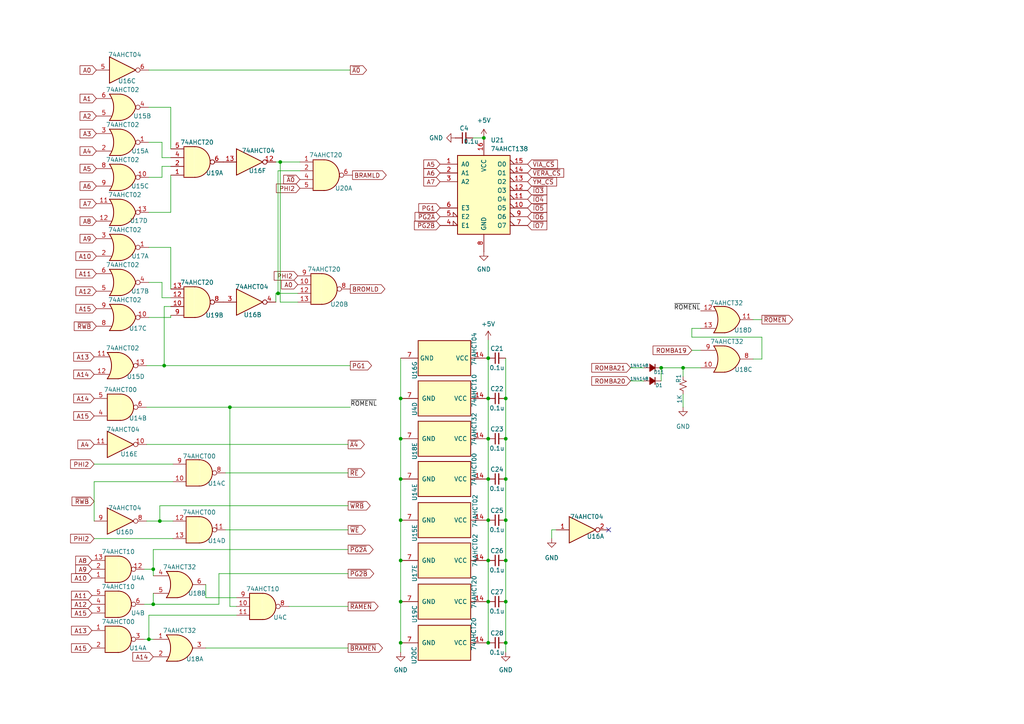
<source format=kicad_sch>
(kicad_sch (version 20231120) (generator "eeschema") (generator_version "8.0")
  (paper "A4")
  (title_block (title "OtterX") (date "2022-08-21") (rev "DV1 \"Sirius\"") (company "(C) 2023 Joe Burks"))
  (lib_symbols
    (symbol "74xx:74LS00" (pin_names (offset 1.016))
      (property "Reference" "U" (at 0 1.27 0))
      (property "Value" "74LS00" (at 0 -1.27 0))
      (symbol "74LS00_1_1"
        (pin input line (at -7.62 2.54 0) (length 3.81) (name "~") (number "1"))
        (pin input line (at -7.62 -2.54 0) (length 3.81) (name "~") (number "2"))
        (pin output inverted (at 7.62 0 180) (length 3.81) (name "~") (number "3"))
      )
      (symbol "74LS00_1_2"
        (pin input inverted (at -7.62 2.54 0) (length 4.318) (name "~") (number "1"))
        (pin input inverted (at -7.62 -2.54 0) (length 4.318) (name "~") (number "2"))
        (pin output line (at 7.62 0 180) (length 3.81) (name "~") (number "3"))
      )
      (symbol "74LS00_2_1"
        (pin input line (at -7.62 2.54 0) (length 3.81) (name "~") (number "4"))
        (pin input line (at -7.62 -2.54 0) (length 3.81) (name "~") (number "5"))
        (pin output inverted (at 7.62 0 180) (length 3.81) (name "~") (number "6"))
      )
      (symbol "74LS00_2_2"
        (pin input inverted (at -7.62 2.54 0) (length 4.318) (name "~") (number "4"))
        (pin input inverted (at -7.62 -2.54 0) (length 4.318) (name "~") (number "5"))
        (pin output line (at 7.62 0 180) (length 3.81) (name "~") (number "6"))
      )
      (symbol "74LS00_3_1"
        (pin input line (at -7.62 -2.54 0) (length 3.81) (name "~") (number "10"))
        (pin output inverted (at 7.62 0 180) (length 3.81) (name "~") (number "8"))
        (pin input line (at -7.62 2.54 0) (length 3.81) (name "~") (number "9"))
      )
      (symbol "74LS00_3_2"
        (pin input inverted (at -7.62 -2.54 0) (length 4.318) (name "~") (number "10"))
        (pin output line (at 7.62 0 180) (length 3.81) (name "~") (number "8"))
        (pin input inverted (at -7.62 2.54 0) (length 4.318) (name "~") (number "9"))
      )
      (symbol "74LS00_4_1"
        (pin output inverted (at 7.62 0 180) (length 3.81) (name "~") (number "11"))
        (pin input line (at -7.62 2.54 0) (length 3.81) (name "~") (number "12"))
        (pin input line (at -7.62 -2.54 0) (length 3.81) (name "~") (number "13"))
      )
      (symbol "74LS00_4_2"
        (pin output line (at 7.62 0 180) (length 3.81) (name "~") (number "11"))
        (pin input inverted (at -7.62 2.54 0) (length 4.318) (name "~") (number "12"))
        (pin input inverted (at -7.62 -2.54 0) (length 4.318) (name "~") (number "13"))
      )
      (symbol "74LS00_5_0"
        (pin power_in line (at 0 12.7 270) (length 5.08) (name "VCC") (number "14"))
        (pin power_in line (at 0 -12.7 90) (length 5.08) (name "GND") (number "7"))
      )
    )
    (symbol "74xx:74LS02" (pin_names (offset 1.016))
      (property "Reference" "U" (at 0 1.27 0))
      (property "Value" "74LS02" (at 0 -1.27 0))
      (symbol "74LS02_1_1"
        (pin output inverted (at 7.62 0 180) (length 3.81) (name "~") (number "1"))
        (pin input line (at -7.62 2.54 0) (length 4.318) (name "~") (number "2"))
        (pin input line (at -7.62 -2.54 0) (length 4.318) (name "~") (number "3"))
      )
      (symbol "74LS02_1_2"
        (pin output line (at 7.62 0 180) (length 3.81) (name "~") (number "1"))
        (pin input inverted (at -7.62 2.54 0) (length 3.81) (name "~") (number "2"))
        (pin input inverted (at -7.62 -2.54 0) (length 3.81) (name "~") (number "3"))
      )
      (symbol "74LS02_2_1"
        (pin output inverted (at 7.62 0 180) (length 3.81) (name "~") (number "4"))
        (pin input line (at -7.62 2.54 0) (length 4.318) (name "~") (number "5"))
        (pin input line (at -7.62 -2.54 0) (length 4.318) (name "~") (number "6"))
      )
      (symbol "74LS02_2_2"
        (pin output line (at 7.62 0 180) (length 3.81) (name "~") (number "4"))
        (pin input inverted (at -7.62 2.54 0) (length 3.81) (name "~") (number "5"))
        (pin input inverted (at -7.62 -2.54 0) (length 3.81) (name "~") (number "6"))
      )
      (symbol "74LS02_3_1"
        (pin output inverted (at 7.62 0 180) (length 3.81) (name "~") (number "10"))
        (pin input line (at -7.62 2.54 0) (length 4.318) (name "~") (number "8"))
        (pin input line (at -7.62 -2.54 0) (length 4.318) (name "~") (number "9"))
      )
      (symbol "74LS02_3_2"
        (pin output line (at 7.62 0 180) (length 3.81) (name "~") (number "10"))
        (pin input inverted (at -7.62 2.54 0) (length 3.81) (name "~") (number "8"))
        (pin input inverted (at -7.62 -2.54 0) (length 3.81) (name "~") (number "9"))
      )
      (symbol "74LS02_4_1"
        (pin input line (at -7.62 2.54 0) (length 4.318) (name "~") (number "11"))
        (pin input line (at -7.62 -2.54 0) (length 4.318) (name "~") (number "12"))
        (pin output inverted (at 7.62 0 180) (length 3.81) (name "~") (number "13"))
      )
      (symbol "74LS02_4_2"
        (pin input inverted (at -7.62 2.54 0) (length 3.81) (name "~") (number "11"))
        (pin input inverted (at -7.62 -2.54 0) (length 3.81) (name "~") (number "12"))
        (pin output line (at 7.62 0 180) (length 3.81) (name "~") (number "13"))
      )
      (symbol "74LS02_5_0"
        (pin power_in line (at 0 12.7 270) (length 5.08) (name "VCC") (number "14"))
        (pin power_in line (at 0 -12.7 90) (length 5.08) (name "GND") (number "7"))
      )
    )
    (symbol "74xx:74LS04"
      (property "Reference" "U" (at 0 1.27 0))
      (property "Value" "74LS04" (at 0 -1.27 0))
      (symbol "74LS04_1_0"
        (pin input line (at -7.62 0 0) (length 3.81) (name "~") (number "1"))
        (pin output inverted (at 7.62 0 180) (length 3.81) (name "~") (number "2"))
      )
      (symbol "74LS04_2_0"
        (pin input line (at -7.62 0 0) (length 3.81) (name "~") (number "3"))
        (pin output inverted (at 7.62 0 180) (length 3.81) (name "~") (number "4"))
      )
      (symbol "74LS04_3_0"
        (pin input line (at -7.62 0 0) (length 3.81) (name "~") (number "5"))
        (pin output inverted (at 7.62 0 180) (length 3.81) (name "~") (number "6"))
      )
      (symbol "74LS04_4_0"
        (pin output inverted (at 7.62 0 180) (length 3.81) (name "~") (number "8"))
        (pin input line (at -7.62 0 0) (length 3.81) (name "~") (number "9"))
      )
      (symbol "74LS04_5_0"
        (pin output inverted (at 7.62 0 180) (length 3.81) (name "~") (number "10"))
        (pin input line (at -7.62 0 0) (length 3.81) (name "~") (number "11"))
      )
      (symbol "74LS04_6_0"
        (pin output inverted (at 7.62 0 180) (length 3.81) (name "~") (number "12"))
        (pin input line (at -7.62 0 0) (length 3.81) (name "~") (number "13"))
      )
      (symbol "74LS04_7_0"
        (pin power_in line (at 0 12.7 270) (length 5.08) (name "VCC") (number "14"))
        (pin power_in line (at 0 -12.7 90) (length 5.08) (name "GND") (number "7"))
      )
    )
    (symbol "74xx:74LS10" (pin_names (offset 1.016))
      (property "Reference" "U" (at 0 1.27 0))
      (property "Value" "74LS10" (at 0 -1.27 0))
      (symbol "74LS10_1_1"
        (pin input line (at -7.62 2.54 0) (length 3.81) (name "~") (number "1"))
        (pin output inverted (at 7.62 0 180) (length 3.81) (name "~") (number "12"))
        (pin input line (at -7.62 -2.54 0) (length 3.81) (name "~") (number "13"))
        (pin input line (at -7.62 0 0) (length 3.81) (name "~") (number "2"))
      )
      (symbol "74LS10_1_2"
        (pin input inverted (at -7.62 2.54 0) (length 4.318) (name "~") (number "1"))
        (pin output line (at 7.62 0 180) (length 3.81) (name "~") (number "12"))
        (pin input inverted (at -7.62 -2.54 0) (length 4.318) (name "~") (number "13"))
        (pin input inverted (at -7.62 0 0) (length 4.953) (name "~") (number "2"))
      )
      (symbol "74LS10_2_1"
        (pin input line (at -7.62 2.54 0) (length 3.81) (name "~") (number "3"))
        (pin input line (at -7.62 0 0) (length 3.81) (name "~") (number "4"))
        (pin input line (at -7.62 -2.54 0) (length 3.81) (name "~") (number "5"))
        (pin output inverted (at 7.62 0 180) (length 3.81) (name "~") (number "6"))
      )
      (symbol "74LS10_2_2"
        (pin input inverted (at -7.62 2.54 0) (length 4.318) (name "~") (number "3"))
        (pin input inverted (at -7.62 0 0) (length 4.953) (name "~") (number "4"))
        (pin input inverted (at -7.62 -2.54 0) (length 4.318) (name "~") (number "5"))
        (pin output line (at 7.62 0 180) (length 3.81) (name "~") (number "6"))
      )
      (symbol "74LS10_3_1"
        (pin input line (at -7.62 0 0) (length 3.81) (name "~") (number "10"))
        (pin input line (at -7.62 -2.54 0) (length 3.81) (name "~") (number "11"))
        (pin output inverted (at 7.62 0 180) (length 3.81) (name "~") (number "8"))
        (pin input line (at -7.62 2.54 0) (length 3.81) (name "~") (number "9"))
      )
      (symbol "74LS10_3_2"
        (pin input inverted (at -7.62 0 0) (length 4.953) (name "~") (number "10"))
        (pin input inverted (at -7.62 -2.54 0) (length 4.318) (name "~") (number "11"))
        (pin output line (at 7.62 0 180) (length 3.81) (name "~") (number "8"))
        (pin input inverted (at -7.62 2.54 0) (length 4.318) (name "~") (number "9"))
      )
      (symbol "74LS10_4_0"
        (pin power_in line (at 0 12.7 270) (length 5.08) (name "VCC") (number "14"))
        (pin power_in line (at 0 -12.7 90) (length 5.08) (name "GND") (number "7"))
      )
    )
    (symbol "74xx:74LS138" (pin_names (offset 1.016))
      (property "Reference" "U" (at -7.62 11.43 0))
      (property "Value" "74LS138" (at -7.62 -13.97 0))
      (symbol "74LS138_1_0"
        (pin input line (at -12.7 7.62 0) (length 5.08) (name "A0") (number "1"))
        (pin output output_low (at 12.7 -5.08 180) (length 5.08) (name "O5") (number "10"))
        (pin output output_low (at 12.7 -2.54 180) (length 5.08) (name "O4") (number "11"))
        (pin output output_low (at 12.7 0 180) (length 5.08) (name "O3") (number "12"))
        (pin output output_low (at 12.7 2.54 180) (length 5.08) (name "O2") (number "13"))
        (pin output output_low (at 12.7 5.08 180) (length 5.08) (name "O1") (number "14"))
        (pin output output_low (at 12.7 7.62 180) (length 5.08) (name "O0") (number "15"))
        (pin power_in line (at 0 15.24 270) (length 5.08) (name "VCC") (number "16"))
        (pin input line (at -12.7 5.08 0) (length 5.08) (name "A1") (number "2"))
        (pin input line (at -12.7 2.54 0) (length 5.08) (name "A2") (number "3"))
        (pin input input_low (at -12.7 -10.16 0) (length 5.08) (name "E1") (number "4"))
        (pin input input_low (at -12.7 -7.62 0) (length 5.08) (name "E2") (number "5"))
        (pin input line (at -12.7 -5.08 0) (length 5.08) (name "E3") (number "6"))
        (pin output output_low (at 12.7 -10.16 180) (length 5.08) (name "O7") (number "7"))
        (pin power_in line (at 0 -17.78 90) (length 5.08) (name "GND") (number "8"))
        (pin output output_low (at 12.7 -7.62 180) (length 5.08) (name "O6") (number "9"))
      )
    )
    (symbol "74xx:74LS20" (pin_names (offset 1.016))
      (property "Reference" "U" (at 0 1.27 0))
      (property "Value" "74LS20" (at 0 -1.27 0))
      (symbol "74LS20_1_1"
        (pin input line (at -7.62 3.81 0) (length 3.81) (name "~") (number "1"))
        (pin input line (at -7.62 1.27 0) (length 3.81) (name "~") (number "2"))
        (pin input line (at -7.62 -1.27 0) (length 3.81) (name "~") (number "4"))
        (pin input line (at -7.62 -3.81 0) (length 3.81) (name "~") (number "5"))
        (pin output inverted (at 7.62 0 180) (length 3.81) (name "~") (number "6"))
      )
      (symbol "74LS20_1_2"
        (pin input inverted (at -7.62 3.81 0) (length 3.81) (name "~") (number "1"))
        (pin input inverted (at -7.62 1.27 0) (length 4.826) (name "~") (number "2"))
        (pin input inverted (at -7.62 -1.27 0) (length 4.826) (name "~") (number "4"))
        (pin input inverted (at -7.62 -3.81 0) (length 3.81) (name "~") (number "5"))
        (pin output line (at 7.62 0 180) (length 3.81) (name "~") (number "6"))
      )
      (symbol "74LS20_2_1"
        (pin input line (at -7.62 1.27 0) (length 3.81) (name "~") (number "10"))
        (pin input line (at -7.62 -1.27 0) (length 3.81) (name "~") (number "12"))
        (pin input line (at -7.62 -3.81 0) (length 3.81) (name "~") (number "13"))
        (pin output inverted (at 7.62 0 180) (length 3.81) (name "~") (number "8"))
        (pin input line (at -7.62 3.81 0) (length 3.81) (name "~") (number "9"))
      )
      (symbol "74LS20_2_2"
        (pin input inverted (at -7.62 1.27 0) (length 4.826) (name "~") (number "10"))
        (pin input inverted (at -7.62 -1.27 0) (length 4.826) (name "~") (number "12"))
        (pin input inverted (at -7.62 -3.81 0) (length 3.81) (name "~") (number "13"))
        (pin output line (at 7.62 0 180) (length 3.81) (name "~") (number "8"))
        (pin input inverted (at -7.62 3.81 0) (length 3.81) (name "~") (number "9"))
      )
      (symbol "74LS20_3_0"
        (pin power_in line (at 0 12.7 270) (length 5.08) (name "VCC") (number "14"))
        (pin power_in line (at 0 -12.7 90) (length 5.08) (name "GND") (number "7"))
      )
    )
    (symbol "74xx:74LS32" (pin_names (offset 1.016))
      (property "Reference" "U" (at 0 1.27 0))
      (property "Value" "74LS32" (at 0 -1.27 0))
      (symbol "74LS32_1_1"
        (pin input line (at -7.62 2.54 0) (length 4.318) (name "~") (number "1"))
        (pin input line (at -7.62 -2.54 0) (length 4.318) (name "~") (number "2"))
        (pin output line (at 7.62 0 180) (length 3.81) (name "~") (number "3"))
      )
      (symbol "74LS32_1_2"
        (pin input inverted (at -7.62 2.54 0) (length 3.81) (name "~") (number "1"))
        (pin input inverted (at -7.62 -2.54 0) (length 3.81) (name "~") (number "2"))
        (pin output inverted (at 7.62 0 180) (length 3.81) (name "~") (number "3"))
      )
      (symbol "74LS32_2_1"
        (pin input line (at -7.62 2.54 0) (length 4.318) (name "~") (number "4"))
        (pin input line (at -7.62 -2.54 0) (length 4.318) (name "~") (number "5"))
        (pin output line (at 7.62 0 180) (length 3.81) (name "~") (number "6"))
      )
      (symbol "74LS32_2_2"
        (pin input inverted (at -7.62 2.54 0) (length 3.81) (name "~") (number "4"))
        (pin input inverted (at -7.62 -2.54 0) (length 3.81) (name "~") (number "5"))
        (pin output inverted (at 7.62 0 180) (length 3.81) (name "~") (number "6"))
      )
      (symbol "74LS32_3_1"
        (pin input line (at -7.62 -2.54 0) (length 4.318) (name "~") (number "10"))
        (pin output line (at 7.62 0 180) (length 3.81) (name "~") (number "8"))
        (pin input line (at -7.62 2.54 0) (length 4.318) (name "~") (number "9"))
      )
      (symbol "74LS32_3_2"
        (pin input inverted (at -7.62 -2.54 0) (length 3.81) (name "~") (number "10"))
        (pin output inverted (at 7.62 0 180) (length 3.81) (name "~") (number "8"))
        (pin input inverted (at -7.62 2.54 0) (length 3.81) (name "~") (number "9"))
      )
      (symbol "74LS32_4_1"
        (pin output line (at 7.62 0 180) (length 3.81) (name "~") (number "11"))
        (pin input line (at -7.62 2.54 0) (length 4.318) (name "~") (number "12"))
        (pin input line (at -7.62 -2.54 0) (length 4.318) (name "~") (number "13"))
      )
      (symbol "74LS32_4_2"
        (pin output inverted (at 7.62 0 180) (length 3.81) (name "~") (number "11"))
        (pin input inverted (at -7.62 2.54 0) (length 3.81) (name "~") (number "12"))
        (pin input inverted (at -7.62 -2.54 0) (length 3.81) (name "~") (number "13"))
      )
      (symbol "74LS32_5_0"
        (pin power_in line (at 0 12.7 270) (length 5.08) (name "VCC") (number "14"))
        (pin power_in line (at 0 -12.7 90) (length 5.08) (name "GND") (number "7"))
      )
    )
    (symbol "Device:C_Small" (pin_numbers hide) (pin_names (offset 0.254) hide)
      (property "Reference" "C" (at 0.254 1.778 0))
      (property "Value" "C_Small" (at 0.254 -2.032 0))
      (symbol "C_Small_1_1"
        (pin passive line (at 0 2.54 270) (length 2.032) (name "~") (number "1"))
        (pin passive line (at 0 -2.54 90) (length 2.032) (name "~") (number "2"))
      )
    )
    (symbol "Device:D_Small_Filled" (pin_numbers hide) (pin_names (offset 0.254) hide)
      (property "Reference" "D" (at -1.27 2.032 0))
      (property "Value" "D_Small_Filled" (at -3.81 -2.032 0))
      (symbol "D_Small_Filled_1_1"
        (pin passive line (at -2.54 0 0) (length 1.778) (name "K") (number "1"))
        (pin passive line (at 2.54 0 180) (length 1.778) (name "A") (number "2"))
      )
    )
    (symbol "Device:R_Small_US" (pin_numbers hide) (pin_names (offset 0.254) hide)
      (property "Reference" "R" (at 0.762 0.508 0))
      (property "Value" "R_Small_US" (at 0.762 -1.016 0))
      (symbol "R_Small_US_1_1"
        (pin passive line (at 0 2.54 270) (length 1.016) (name "~") (number "1"))
        (pin passive line (at 0 -2.54 90) (length 1.016) (name "~") (number "2"))
      )
    )
    (symbol "power:+5V" (power) (pin_numbers hide) (pin_names (offset 0) hide)
      (property "Value" "+5V" (at 0 3.556 0))
      (symbol "+5V_1_1"
        (pin power_in line (at 0 0 90) (length 0) (name "~") (number "1"))
      )
    )
    (symbol "power:GND" (power) (pin_numbers hide) (pin_names (offset 0) hide)
      (property "Value" "GND" (at 0 -3.81 0))
      (symbol "GND_1_1"
        (pin power_in line (at 0 0 270) (length 0) (name "~") (number "1"))
      )
    )
  )
  (junction (at 141.605 186.436))
  (junction (at 146.685 186.436))
  (junction (at 146.685 150.876))
  (junction (at 198.12 106.68))
  (junction (at 46.355 151.13))
  (junction (at 116.205 127.254))
  (junction (at 43.18 185.42))
  (junction (at 81.28 46.99))
  (junction (at 140.335 40.005))
  (junction (at 141.605 162.56))
  (junction (at 116.205 162.56))
  (junction (at 116.205 174.498))
  (junction (at 116.205 138.938))
  (junction (at 44.45 175.26))
  (junction (at 44.45 165.1))
  (junction (at 141.605 127.254))
  (junction (at 80.645 85.09))
  (junction (at 146.685 174.498))
  (junction (at 146.685 115.57))
  (junction (at 146.685 127.254))
  (junction (at 141.605 103.886))
  (junction (at 116.205 150.876))
  (junction (at 116.205 186.436))
  (junction (at 191.77 106.68))
  (junction (at 141.605 115.57))
  (junction (at 141.605 138.938))
  (junction (at 146.685 138.938))
  (junction (at 141.605 174.498))
  (junction (at 141.605 150.876))
  (junction (at 146.685 162.56))
  (junction (at 66.675 118.11))
  (junction (at 47.625 106.045))
  (junction (at 116.205 115.57))
  (no_connect (at 176.53 153.67))
  (wire (pts (xy 141.605 127.254) (xy 141.605 138.938)))
  (wire (pts (xy 49.53 31.115) (xy 43.18 31.115)))
  (wire (pts (xy 43.18 185.42) (xy 44.45 185.42)))
  (wire (pts (xy 81.28 46.99) (xy 81.28 87.63)))
  (wire (pts (xy 141.605 150.876) (xy 141.605 162.56)))
  (wire (pts (xy 27.305 134.62) (xy 50.165 134.62)))
  (wire (pts (xy 116.205 186.436) (xy 116.205 189.23)))
  (wire (pts (xy 41.91 175.26) (xy 44.45 175.26)))
  (wire (pts (xy 146.685 162.56) (xy 146.685 174.498)))
  (wire (pts (xy 63.5 175.26) (xy 63.5 166.37)))
  (wire (pts (xy 46.99 51.435) (xy 43.18 51.435)))
  (wire (pts (xy 46.99 45.72) (xy 46.99 41.275)))
  (wire (pts (xy 80.645 49.53) (xy 86.995 49.53)))
  (wire (pts (xy 47.625 88.9) (xy 49.53 88.9)))
  (wire (pts (xy 47.625 106.045) (xy 101.6 106.045)))
  (wire (pts (xy 141.605 98.552) (xy 141.605 103.886)))
  (wire (pts (xy 49.53 83.82) (xy 49.53 71.755)))
  (wire (pts (xy 44.45 175.26) (xy 63.5 175.26)))
  (wire (pts (xy 80.645 85.09) (xy 86.36 85.09)))
  (wire (pts (xy 116.205 174.498) (xy 116.205 186.436)))
  (wire (pts (xy 27.305 139.7) (xy 50.165 139.7)))
  (wire (pts (xy 66.675 175.895) (xy 66.675 118.11)))
  (wire (pts (xy 116.205 138.938) (xy 116.205 150.876)))
  (wire (pts (xy 198.12 106.68) (xy 203.2 106.68)))
  (wire (pts (xy 43.18 178.435) (xy 43.18 185.42)))
  (wire (pts (xy 141.605 103.886) (xy 141.605 115.57)))
  (wire (pts (xy 44.45 172.085) (xy 44.45 175.26)))
  (wire (pts (xy 43.18 81.915) (xy 46.99 81.915)))
  (wire (pts (xy 146.685 150.876) (xy 146.685 162.56)))
  (wire (pts (xy 44.45 165.1) (xy 41.91 165.1)))
  (wire (pts (xy 46.99 41.275) (xy 43.18 41.275)))
  (wire (pts (xy 200.66 95.25) (xy 203.2 95.25)))
  (wire (pts (xy 44.45 165.1) (xy 44.45 159.385)))
  (wire (pts (xy 141.605 138.938) (xy 141.605 150.876)))
  (wire (pts (xy 43.18 71.755) (xy 49.53 71.755)))
  (wire (pts (xy 80.01 46.99) (xy 81.28 46.99)))
  (wire (pts (xy 191.77 106.68) (xy 191.77 110.49)))
  (wire (pts (xy 146.685 186.436) (xy 146.685 189.23)))
  (wire (pts (xy 146.685 138.938) (xy 146.685 150.876)))
  (wire (pts (xy 80.645 49.53) (xy 80.645 85.09)))
  (wire (pts (xy 100.965 175.895) (xy 83.82 175.895)))
  (wire (pts (xy 116.205 103.886) (xy 116.205 115.57)))
  (wire (pts (xy 200.66 97.79) (xy 220.98 97.79)))
  (wire (pts (xy 42.545 106.045) (xy 47.625 106.045)))
  (wire (pts (xy 220.98 97.79) (xy 220.98 104.14)))
  (wire (pts (xy 182.88 110.49) (xy 186.69 110.49)))
  (wire (pts (xy 100.965 153.67) (xy 65.405 153.67)))
  (wire (pts (xy 44.45 159.385) (xy 100.965 159.385)))
  (wire (pts (xy 81.28 87.63) (xy 86.36 87.63)))
  (wire (pts (xy 218.44 92.71) (xy 220.98 92.71)))
  (wire (pts (xy 100.965 187.96) (xy 59.69 187.96)))
  (wire (pts (xy 66.675 118.11) (xy 101.6 118.11)))
  (wire (pts (xy 43.18 92.075) (xy 49.53 92.075)))
  (wire (pts (xy 44.45 165.1) (xy 44.45 167.005)))
  (wire (pts (xy 68.58 175.895) (xy 66.675 175.895)))
  (wire (pts (xy 49.53 50.8) (xy 49.53 61.595)))
  (wire (pts (xy 218.44 104.14) (xy 220.98 104.14)))
  (wire (pts (xy 200.66 101.6) (xy 203.2 101.6)))
  (wire (pts (xy 49.53 91.44) (xy 49.53 92.075)))
  (wire (pts (xy 49.53 61.595) (xy 43.18 61.595)))
  (wire (pts (xy 49.53 48.26) (xy 46.99 48.26)))
  (wire (pts (xy 80.645 85.09) (xy 80.01 85.09)))
  (wire (pts (xy 141.605 174.498) (xy 141.605 186.436)))
  (wire (pts (xy 49.53 45.72) (xy 46.99 45.72)))
  (wire (pts (xy 200.66 95.25) (xy 200.66 97.79)))
  (wire (pts (xy 42.545 128.905) (xy 100.965 128.905)))
  (wire (pts (xy 81.28 46.99) (xy 86.995 46.99)))
  (wire (pts (xy 160.02 153.67) (xy 160.02 156.21)))
  (wire (pts (xy 46.99 48.26) (xy 46.99 51.435)))
  (wire (pts (xy 141.605 115.57) (xy 141.605 127.254)))
  (wire (pts (xy 116.205 150.876) (xy 116.205 162.56)))
  (wire (pts (xy 80.01 85.09) (xy 80.01 87.63)))
  (wire (pts (xy 161.29 153.67) (xy 160.02 153.67)))
  (wire (pts (xy 198.12 106.68) (xy 198.12 109.22)))
  (wire (pts (xy 100.965 146.685) (xy 46.355 146.685)))
  (wire (pts (xy 146.685 174.498) (xy 146.685 186.436)))
  (wire (pts (xy 43.18 178.435) (xy 68.58 178.435)))
  (wire (pts (xy 46.355 151.13) (xy 50.165 151.13)))
  (wire (pts (xy 116.205 162.56) (xy 116.205 174.498)))
  (wire (pts (xy 182.88 106.68) (xy 186.69 106.68)))
  (wire (pts (xy 42.545 118.11) (xy 66.675 118.11)))
  (wire (pts (xy 116.205 127.254) (xy 116.205 138.938)))
  (wire (pts (xy 137.16 40.005) (xy 140.335 40.005)))
  (wire (pts (xy 146.685 127.254) (xy 146.685 138.938)))
  (wire (pts (xy 49.53 43.18) (xy 49.53 31.115)))
  (wire (pts (xy 27.305 151.13) (xy 27.305 139.7)))
  (wire (pts (xy 100.965 137.16) (xy 65.405 137.16)))
  (wire (pts (xy 116.205 115.57) (xy 116.205 127.254)))
  (wire (pts (xy 42.545 151.13) (xy 46.355 151.13)))
  (wire (pts (xy 41.91 185.42) (xy 43.18 185.42)))
  (wire (pts (xy 59.69 173.355) (xy 68.58 173.355)))
  (wire (pts (xy 146.685 115.57) (xy 146.685 127.254)))
  (wire (pts (xy 101.6 20.32) (xy 43.18 20.32)))
  (wire (pts (xy 46.99 86.36) (xy 46.99 81.915)))
  (wire (pts (xy 49.53 86.36) (xy 46.99 86.36)))
  (wire (pts (xy 146.685 103.886) (xy 146.685 115.57)))
  (wire (pts (xy 63.5 166.37) (xy 100.965 166.37)))
  (wire (pts (xy 59.69 169.545) (xy 59.69 173.355)))
  (wire (pts (xy 46.355 146.685) (xy 46.355 151.13)))
  (wire (pts (xy 198.12 114.3) (xy 198.12 118.11)))
  (wire (pts (xy 191.77 106.68) (xy 198.12 106.68)))
  (wire (pts (xy 27.305 156.21) (xy 50.165 156.21)))
  (wire (pts (xy 141.605 162.56) (xy 141.605 174.498)))
  (wire (pts (xy 47.625 88.9) (xy 47.625 106.045)))
  (label "~{ROMENL}" (at 203.2 90.17 180))
  (label "~{ROMENL}" (at 101.6 118.11 0))
  (global_label "A8" (shape input) (at 26.67 162.56 180) (property "Intersheetrefs" "${INTERSHEET_REFS}" (effects (hide yes))))
  (global_label "PHI2" (shape input) (at 86.995 54.61 180) (property "Intersheetrefs" "${INTERSHEET_REFS}" (effects (hide yes))))
  (global_label "~{ROMEN}" (shape output) (at 220.98 92.71 0) (property "Intersheetrefs" "${INTERSHEET_REFS}" (effects (hide yes))))
  (global_label "A0" (shape input) (at 27.94 20.32 180) (property "Intersheetrefs" "${INTERSHEET_REFS}" (effects (hide yes))))
  (global_label "ROMBA20" (shape input) (at 182.88 110.49 180) (property "Intersheetrefs" "${INTERSHEET_REFS}" (effects (hide yes))))
  (global_label "~{IO6}" (shape input) (at 153.035 62.865 0) (property "Intersheetrefs" "${INTERSHEET_REFS}" (effects (hide yes))))
  (global_label "A11" (shape input) (at 27.94 79.375 180) (property "Intersheetrefs" "${INTERSHEET_REFS}" (effects (hide yes))))
  (global_label "BROMLD" (shape output) (at 101.6 83.82 0) (property "Intersheetrefs" "${INTERSHEET_REFS}" (effects (hide yes))))
  (global_label "A13" (shape input) (at 27.305 103.505 180) (property "Intersheetrefs" "${INTERSHEET_REFS}" (effects (hide yes))))
  (global_label "A4" (shape input) (at 27.94 43.815 180) (property "Intersheetrefs" "${INTERSHEET_REFS}" (effects (hide yes))))
  (global_label "A3" (shape input) (at 27.94 38.735 180) (property "Intersheetrefs" "${INTERSHEET_REFS}" (effects (hide yes))))
  (global_label "A15" (shape input) (at 26.67 177.8 180) (property "Intersheetrefs" "${INTERSHEET_REFS}" (effects (hide yes))))
  (global_label "~{IO4}" (shape input) (at 153.035 57.785 0) (property "Intersheetrefs" "${INTERSHEET_REFS}" (effects (hide yes))))
  (global_label "A8" (shape input) (at 27.94 64.135 180) (property "Intersheetrefs" "${INTERSHEET_REFS}" (effects (hide yes))))
  (global_label "~{A4}" (shape output) (at 100.965 128.905 0) (property "Intersheetrefs" "${INTERSHEET_REFS}" (effects (hide yes))))
  (global_label "~{YM_CS}" (shape input) (at 153.035 52.705 0) (property "Intersheetrefs" "${INTERSHEET_REFS}" (effects (hide yes))))
  (global_label "A6" (shape input) (at 127.635 50.165 180) (property "Intersheetrefs" "${INTERSHEET_REFS}" (effects (hide yes))))
  (global_label "~{WE}" (shape output) (at 100.965 153.67 0) (property "Intersheetrefs" "${INTERSHEET_REFS}" (effects (hide yes))))
  (global_label "A9" (shape input) (at 27.94 69.215 180) (property "Intersheetrefs" "${INTERSHEET_REFS}" (effects (hide yes))))
  (global_label "A4" (shape input) (at 27.305 128.905 180) (property "Intersheetrefs" "${INTERSHEET_REFS}" (effects (hide yes))))
  (global_label "A15" (shape input) (at 26.67 187.96 180) (property "Intersheetrefs" "${INTERSHEET_REFS}" (effects (hide yes))))
  (global_label "A15" (shape input) (at 27.305 120.65 180) (property "Intersheetrefs" "${INTERSHEET_REFS}" (effects (hide yes))))
  (global_label "PHI2" (shape input) (at 86.36 80.01 180) (property "Intersheetrefs" "${INTERSHEET_REFS}" (effects (hide yes))))
  (global_label "~{PG2B}" (shape output) (at 100.965 166.37 0) (property "Intersheetrefs" "${INTERSHEET_REFS}" (effects (hide yes))))
  (global_label "A1" (shape input) (at 27.94 28.575 180) (property "Intersheetrefs" "${INTERSHEET_REFS}" (effects (hide yes))))
  (global_label "~{RWB}" (shape input) (at 27.305 145.415 180) (property "Intersheetrefs" "${INTERSHEET_REFS}" (effects (hide yes))))
  (global_label "~{PG2A}" (shape output) (at 100.965 159.385 0) (property "Intersheetrefs" "${INTERSHEET_REFS}" (effects (hide yes))))
  (global_label "A2" (shape input) (at 27.94 33.655 180) (property "Intersheetrefs" "${INTERSHEET_REFS}" (effects (hide yes))))
  (global_label "A6" (shape input) (at 27.94 53.975 180) (property "Intersheetrefs" "${INTERSHEET_REFS}" (effects (hide yes))))
  (global_label "A10" (shape input) (at 26.67 167.64 180) (property "Intersheetrefs" "${INTERSHEET_REFS}" (effects (hide yes))))
  (global_label "A12" (shape input) (at 27.94 84.455 180) (property "Intersheetrefs" "${INTERSHEET_REFS}" (effects (hide yes))))
  (global_label "~{IO7}" (shape input) (at 153.035 65.405 0) (property "Intersheetrefs" "${INTERSHEET_REFS}" (effects (hide yes))))
  (global_label "A7" (shape input) (at 27.94 59.055 180) (property "Intersheetrefs" "${INTERSHEET_REFS}" (effects (hide yes))))
  (global_label "~{RAMEN}" (shape output) (at 100.965 175.895 0) (property "Intersheetrefs" "${INTERSHEET_REFS}" (effects (hide yes))))
  (global_label "~{RE}" (shape output) (at 100.965 137.16 0) (property "Intersheetrefs" "${INTERSHEET_REFS}" (effects (hide yes))))
  (global_label "A14" (shape input) (at 27.305 115.57 180) (property "Intersheetrefs" "${INTERSHEET_REFS}" (effects (hide yes))))
  (global_label "A5" (shape input) (at 27.94 48.895 180) (property "Intersheetrefs" "${INTERSHEET_REFS}" (effects (hide yes))))
  (global_label "A5" (shape input) (at 127.635 47.625 180) (property "Intersheetrefs" "${INTERSHEET_REFS}" (effects (hide yes))))
  (global_label "ROMBA19" (shape input) (at 200.66 101.6 180) (property "Intersheetrefs" "${INTERSHEET_REFS}" (effects (hide yes))))
  (global_label "~{PG2A}" (shape input) (at 127.635 62.865 180) (property "Intersheetrefs" "${INTERSHEET_REFS}" (effects (hide yes))))
  (global_label "A7" (shape input) (at 127.635 52.705 180) (property "Intersheetrefs" "${INTERSHEET_REFS}" (effects (hide yes))))
  (global_label "ROMBA21" (shape input) (at 182.88 106.68 180) (property "Intersheetrefs" "${INTERSHEET_REFS}" (effects (hide yes))))
  (global_label "~{IO5}" (shape input) (at 153.035 60.325 0) (property "Intersheetrefs" "${INTERSHEET_REFS}" (effects (hide yes))))
  (global_label "A11" (shape input) (at 26.67 172.72 180) (property "Intersheetrefs" "${INTERSHEET_REFS}" (effects (hide yes))))
  (global_label "A15" (shape input) (at 27.94 89.535 180) (property "Intersheetrefs" "${INTERSHEET_REFS}" (effects (hide yes))))
  (global_label "A0" (shape input) (at 86.36 82.55 180) (property "Intersheetrefs" "${INTERSHEET_REFS}" (effects (hide yes))))
  (global_label "A12" (shape input) (at 26.67 175.26 180) (property "Intersheetrefs" "${INTERSHEET_REFS}" (effects (hide yes))))
  (global_label "~{WRB}" (shape output) (at 100.965 146.685 0) (property "Intersheetrefs" "${INTERSHEET_REFS}" (effects (hide yes))))
  (global_label "~{PG2B}" (shape input) (at 127.635 65.405 180) (property "Intersheetrefs" "${INTERSHEET_REFS}" (effects (hide yes))))
  (global_label "~{A0}" (shape output) (at 101.6 20.32 0) (property "Intersheetrefs" "${INTERSHEET_REFS}" (effects (hide yes))))
  (global_label "A14" (shape input) (at 44.45 190.5 180) (property "Intersheetrefs" "${INTERSHEET_REFS}" (effects (hide yes))))
  (global_label "A9" (shape input) (at 26.67 165.1 180) (property "Intersheetrefs" "${INTERSHEET_REFS}" (effects (hide yes))))
  (global_label "A13" (shape input) (at 26.67 182.88 180) (property "Intersheetrefs" "${INTERSHEET_REFS}" (effects (hide yes))))
  (global_label "~{RWB}" (shape input) (at 27.94 94.615 180) (property "Intersheetrefs" "${INTERSHEET_REFS}" (effects (hide yes))))
  (global_label "PHI2" (shape input) (at 27.305 134.62 180) (property "Intersheetrefs" "${INTERSHEET_REFS}" (effects (hide yes))))
  (global_label "~{VIA_CS}" (shape input) (at 153.035 47.625 0) (property "Intersheetrefs" "${INTERSHEET_REFS}" (effects (hide yes))))
  (global_label "PG1" (shape input) (at 127.635 60.325 180) (property "Intersheetrefs" "${INTERSHEET_REFS}" (effects (hide yes))))
  (global_label "BRAMLD" (shape output) (at 102.235 50.8 0) (property "Intersheetrefs" "${INTERSHEET_REFS}" (effects (hide yes))))
  (global_label "A14" (shape input) (at 27.305 108.585 180) (property "Intersheetrefs" "${INTERSHEET_REFS}" (effects (hide yes))))
  (global_label "~{BRAMEN}" (shape output) (at 100.965 187.96 0) (property "Intersheetrefs" "${INTERSHEET_REFS}" (effects (hide yes))))
  (global_label "~{VERA_CS}" (shape input) (at 153.035 50.165 0) (property "Intersheetrefs" "${INTERSHEET_REFS}" (effects (hide yes))))
  (global_label "PG1" (shape output) (at 101.6 106.045 0) (property "Intersheetrefs" "${INTERSHEET_REFS}" (effects (hide yes))))
  (global_label "PHI2" (shape input) (at 27.305 156.21 180) (property "Intersheetrefs" "${INTERSHEET_REFS}" (effects (hide yes))))
  (global_label "~{A0}" (shape input) (at 86.995 52.07 180) (property "Intersheetrefs" "${INTERSHEET_REFS}" (effects (hide yes))))
  (global_label "~{IO3}" (shape input) (at 153.035 55.245 0) (property "Intersheetrefs" "${INTERSHEET_REFS}" (effects (hide yes))))
  (global_label "A10" (shape input) (at 27.94 74.295 180) (property "Intersheetrefs" "${INTERSHEET_REFS}" (effects (hide yes))))
  (symbol (lib_id "74xx:74LS32") (at 210.82 104.14 0) (unit 3)
    (property "Reference" "U18" (at 215.646 107.188 0))
    (property "Value" "74AHCT32" (at 210.82 99.06 0))
    (property "Footprint" "OtterX:DIP-14_W7.62mm_ShortWidePads_Drill1mm" (effects (hide yes)))
    (property "Datasheet" "http://www.ti.com/lit/gpn/sn74LS32" (effects (hide yes)))
  )
  (symbol (lib_id "Device:C_Small") (at 144.145 115.57 90) (unit 1)
    (property "Reference" "C22" (at 144.145 112.776 90))
    (property "Value" "0.1u" (at 144.145 118.364 90))
    (property "Footprint" "Capacitor_THT:C_Disc_D4.3mm_W1.9mm_P5.00mm" (effects (hide yes)))
  )
  (symbol (lib_id "Device:C_Small") (at 144.145 103.886 90) (unit 1)
    (property "Reference" "C21" (at 144.145 101.092 90))
    (property "Value" "0.1u" (at 144.145 106.68 90))
    (property "Footprint" "Capacitor_THT:C_Disc_D4.3mm_W1.9mm_P5.00mm" (effects (hide yes)))
  )
  (symbol (lib_id "74xx:74LS02") (at 35.56 92.075 0) (mirror x) (unit 3)
    (property "Reference" "U17" (at 40.005 95.25 0))
    (property "Value" "74AHCT02" (at 36.195 86.995 0))
    (property "Footprint" "OtterX:DIP-14_W7.62mm_ShortWidePads_Drill1mm" (effects (hide yes)))
    (property "Datasheet" "http://www.ti.com/lit/gpn/sn74ls02" (effects (hide yes)))
  )
  (symbol (lib_id "74xx:74LS10") (at 34.29 165.1 0) (mirror x) (unit 1)
    (property "Reference" "U4" (at 40.005 167.64 0))
    (property "Value" "74AHCT10" (at 34.29 160.02 0))
    (property "Footprint" "OtterX:DIP-14_W7.62mm_ShortWidePads_Drill1mm" (effects (hide yes)))
    (property "Datasheet" "http://www.ti.com/lit/gpn/sn74LS10" (effects (hide yes)))
  )
  (symbol (lib_id "74xx:74LS32") (at 52.07 187.96 0) (unit 1)
    (property "Reference" "U18" (at 56.515 191.135 0))
    (property "Value" "74AHCT32" (at 52.07 182.88 0))
    (property "Footprint" "OtterX:DIP-14_W7.62mm_ShortWidePads_Drill1mm" (effects (hide yes)))
    (property "Datasheet" "http://www.ti.com/lit/gpn/sn74LS32" (effects (hide yes)))
  )
  (symbol (lib_id "power:GND") (at 160.02 156.21 0) (unit 1)
    (property "Reference" "#PWR034" (effects (hide yes)))
    (property "Value" "GND" (at 160.02 161.798 0))
    (property "Description" "Power symbol creates a global label with name \"GND\" , ground" (effects (hide yes)))
  )
  (symbol (lib_id "74xx:74LS20") (at 57.15 87.63 0) (mirror x) (unit 2)
    (property "Reference" "U19" (at 62.23 91.44 0))
    (property "Value" "74AHCT20" (at 57.15 81.915 0))
    (property "Footprint" "OtterX:DIP-14_W7.62mm_ShortWidePads_Drill1mm" (effects (hide yes)))
    (property "Datasheet" "http://www.ti.com/lit/gpn/sn74LS20" (effects (hide yes)))
    (property "Description" "Dual 4-input NAND" (effects (hide yes)))
  )
  (symbol (lib_id "74xx:74LS20") (at 93.98 83.82 0) (unit 2)
    (property "Reference" "U20" (at 98.425 88.265 0))
    (property "Value" "74AHCT20" (at 93.98 78.105 0))
    (property "Footprint" "OtterX:DIP-14_W7.62mm_ShortWidePads_Drill1mm" (effects (hide yes)))
    (property "Datasheet" "http://www.ti.com/lit/gpn/sn74LS20" (effects (hide yes)))
    (property "Description" "Dual 4-input NAND" (effects (hide yes)))
  )
  (symbol (lib_id "power:+5V") (at 140.335 40.005 0) (unit 1)
    (property "Reference" "#PWR030" (effects (hide yes)))
    (property "Value" "+5V" (at 140.335 34.925 0))
    (property "Description" "Power symbol creates a global label with name \"+5V\"" (effects (hide yes)))
  )
  (symbol (lib_id "74xx:74LS04") (at 128.905 103.886 270) (unit 7)
    (property "Reference" "U16" (at 120.269 104.775 0) (effects (justify left)))
    (property "Value" "74AHCT04" (at 137.541 96.393 0) (effects (justify left)))
    (property "Footprint" "OtterX:DIP-14_W7.62mm_ShortWidePads_Drill1mm" (effects (hide yes)))
    (property "Datasheet" "http://www.ti.com/lit/gpn/sn74LS04" (effects (hide yes)))
  )
  (symbol (lib_id "power:GND") (at 116.205 189.23 0) (unit 1)
    (property "Reference" "#PWR026" (effects (hide yes)))
    (property "Value" "GND" (at 116.205 194.31 0))
    (property "Description" "Power symbol creates a global label with name \"GND\" , ground" (effects (hide yes)))
  )
  (symbol (lib_id "74xx:74LS04") (at 72.39 46.99 0) (unit 6)
    (property "Reference" "U16" (at 74.676 49.53 0))
    (property "Value" "74AHCT04" (at 74.93 43.688 0))
    (property "Footprint" "OtterX:DIP-14_W7.62mm_ShortWidePads_Drill1mm" (effects (hide yes)))
    (property "Datasheet" "http://www.ti.com/lit/gpn/sn74LS04" (effects (hide yes)))
  )
  (symbol (lib_id "Device:C_Small") (at 144.145 138.938 90) (unit 1)
    (property "Reference" "C24" (at 144.145 136.144 90))
    (property "Value" "0.1u" (at 144.145 141.732 90))
    (property "Footprint" "Capacitor_THT:C_Disc_D4.3mm_W1.9mm_P5.00mm" (effects (hide yes)))
  )
  (symbol (lib_id "Device:C_Small") (at 144.145 186.436 90) (unit 1)
    (property "Reference" "C28" (at 144.145 183.642 90))
    (property "Value" "0.1u" (at 144.145 189.23 90))
    (property "Footprint" "Capacitor_THT:C_Disc_D4.3mm_W1.9mm_P5.00mm" (effects (hide yes)))
  )
  (symbol (lib_id "74xx:74LS00") (at 34.29 185.42 0) (unit 1)
    (property "Reference" "U14" (at 40.005 187.96 0))
    (property "Value" "74AHCT00" (at 34.29 180.34 0))
    (property "Footprint" "OtterX:DIP-14_W7.62mm_ShortWidePads_Drill1mm" (effects (hide yes)))
    (property "Datasheet" "http://www.ti.com/lit/gpn/sn74ls00" (effects (hide yes)))
  )
  (symbol (lib_id "power:GND") (at 132.08 40.005 270) (unit 1)
    (property "Reference" "#PWR027" (effects (hide yes)))
    (property "Value" "GND" (at 128.524 40.0049 90) (effects (justify right)))
    (property "Description" "Power symbol creates a global label with name \"GND\" , ground" (effects (hide yes)))
  )
  (symbol (lib_id "74xx:74LS02") (at 128.905 150.876 270) (unit 5)
    (property "Reference" "U15" (at 120.269 152.019 0) (effects (justify left)))
    (property "Value" "74AHCT02" (at 137.795 143.383 0) (effects (justify left)))
    (property "Footprint" "OtterX:DIP-14_W7.62mm_ShortWidePads_Drill1mm" (effects (hide yes)))
    (property "Datasheet" "http://www.ti.com/lit/gpn/sn74ls02" (effects (hide yes)))
  )
  (symbol (lib_id "74xx:74LS32") (at 128.905 127.254 270) (unit 5)
    (property "Reference" "U18" (at 120.269 128.27 0) (effects (justify left)))
    (property "Value" "74AHCT32" (at 137.541 119.634 0) (effects (justify left)))
    (property "Footprint" "OtterX:DIP-14_W7.62mm_ShortWidePads_Drill1mm" (effects (hide yes)))
    (property "Datasheet" "http://www.ti.com/lit/gpn/sn74LS32" (effects (hide yes)))
  )
  (symbol (lib_id "74xx:74LS10") (at 34.29 175.26 0) (mirror x) (unit 2)
    (property "Reference" "U4" (at 40.005 177.8 0))
    (property "Value" "74AHCT10" (at 34.29 170.18 0))
    (property "Footprint" "OtterX:DIP-14_W7.62mm_ShortWidePads_Drill1mm" (effects (hide yes)))
    (property "Datasheet" "http://www.ti.com/lit/gpn/sn74LS10" (effects (hide yes)))
  )
  (symbol (lib_id "Device:D_Small_Filled") (at 189.23 110.49 180) (unit 1)
    (property "Reference" "D1" (at 191.135 111.76 0) (effects (font (size 1 1))))
    (property "Value" "1N4148" (at 185.42 109.855 0) (effects (font (size 0.9 0.9))))
    (property "Footprint" "Diode_THT:D_DO-34_SOD68_P7.62mm_Horizontal" (effects (hide yes)))
    (property "Description" "Diode, small symbol, filled shape" (effects (hide yes)))
    (property "Sim.Device" "D" (effects (hide yes)))
    (property "Sim.Pins" "1=K 2=A" (effects (hide yes)))
  )
  (symbol (lib_id "74xx:74LS04") (at 35.56 20.32 0) (unit 3)
    (property "Reference" "U16" (at 36.83 23.495 0))
    (property "Value" "74AHCT04" (at 36.195 15.875 0))
    (property "Footprint" "OtterX:DIP-14_W7.62mm_ShortWidePads_Drill1mm" (effects (hide yes)))
    (property "Datasheet" "http://www.ti.com/lit/gpn/sn74LS04" (effects (hide yes)))
  )
  (symbol (lib_id "Device:C_Small") (at 144.145 162.56 90) (unit 1)
    (property "Reference" "C26" (at 144.145 159.766 90))
    (property "Value" "0.1u" (at 144.145 165.354 90))
    (property "Footprint" "Capacitor_THT:C_Disc_D4.3mm_W1.9mm_P5.00mm" (effects (hide yes)))
  )
  (symbol (lib_id "74xx:74LS32") (at 210.82 92.71 0) (unit 4)
    (property "Reference" "U18" (at 215.519 95.758 0))
    (property "Value" "74AHCT32" (at 210.693 87.884 0))
    (property "Footprint" "OtterX:DIP-14_W7.62mm_ShortWidePads_Drill1mm" (effects (hide yes)))
    (property "Datasheet" "http://www.ti.com/lit/gpn/sn74LS32" (effects (hide yes)))
  )
  (symbol (lib_id "Device:C_Small") (at 134.62 40.005 90) (unit 1)
    (property "Reference" "C4" (at 134.62 37.211 90))
    (property "Value" "0.1u" (at 136.652 41.021 90))
    (property "Footprint" "Capacitor_THT:C_Disc_D4.3mm_W1.9mm_P5.00mm" (effects (hide yes)))
  )
  (symbol (lib_id "74xx:74LS04") (at 168.91 153.67 0) (unit 1)
    (property "Reference" "U16" (at 172.72 155.575 0))
    (property "Value" "74AHCT04" (at 170.18 149.86 0))
    (property "Footprint" "OtterX:DIP-14_W7.62mm_ShortWidePads_Drill1mm" (effects (hide yes)))
    (property "Datasheet" "http://www.ti.com/lit/gpn/sn74LS04" (effects (hide yes)))
  )
  (symbol (lib_id "74xx:74LS20") (at 128.905 186.436 270) (unit 3)
    (property "Reference" "U20" (at 120.142 187.452 0) (effects (justify left)))
    (property "Value" "74AHCT20" (at 137.414 179.07 0) (effects (justify left)))
    (property "Footprint" "OtterX:DIP-14_W7.62mm_ShortWidePads_Drill1mm" (effects (hide yes)))
    (property "Datasheet" "http://www.ti.com/lit/gpn/sn74LS20" (effects (hide yes)))
    (property "Description" "Dual 4-input NAND" (effects (hide yes)))
  )
  (symbol (lib_id "74xx:74LS10") (at 76.2 175.895 0) (unit 3)
    (property "Reference" "U4" (at 81.28 179.07 0))
    (property "Value" "74AHCT10" (at 76.2 170.815 0))
    (property "Footprint" "OtterX:DIP-14_W7.62mm_ShortWidePads_Drill1mm" (effects (hide yes)))
    (property "Datasheet" "http://www.ti.com/lit/gpn/sn74LS10" (effects (hide yes)))
  )
  (symbol (lib_id "74xx:74LS04") (at 34.925 128.905 0) (unit 5)
    (property "Reference" "U16" (at 37.465 131.699 0))
    (property "Value" "74AHCT04" (at 35.687 124.587 0))
    (property "Footprint" "OtterX:DIP-14_W7.62mm_ShortWidePads_Drill1mm" (effects (hide yes)))
    (property "Datasheet" "http://www.ti.com/lit/gpn/sn74LS04" (effects (hide yes)))
  )
  (symbol (lib_id "74xx:74LS20") (at 128.905 174.498 270) (unit 3)
    (property "Reference" "U19" (at 120.269 175.514 0) (effects (justify left)))
    (property "Value" "74AHCT20" (at 137.541 166.878 0) (effects (justify left)))
    (property "Footprint" "OtterX:DIP-14_W7.62mm_ShortWidePads_Drill1mm" (effects (hide yes)))
    (property "Datasheet" "http://www.ti.com/lit/gpn/sn74LS20" (effects (hide yes)))
    (property "Description" "Dual 4-input NAND" (effects (hide yes)))
  )
  (symbol (lib_id "Device:C_Small") (at 144.145 174.498 90) (unit 1)
    (property "Reference" "C27" (at 144.145 171.704 90))
    (property "Value" "0.1u" (at 144.145 177.292 90))
    (property "Footprint" "Capacitor_THT:C_Disc_D4.3mm_W1.9mm_P5.00mm" (effects (hide yes)))
  )
  (symbol (lib_id "74xx:74LS04") (at 34.925 151.13 0) (unit 4)
    (property "Reference" "U16" (at 36.195 154.305 0))
    (property "Value" "74AHCT04" (at 36.195 147.32 0))
    (property "Footprint" "OtterX:DIP-14_W7.62mm_ShortWidePads_Drill1mm" (effects (hide yes)))
    (property "Datasheet" "http://www.ti.com/lit/gpn/sn74LS04" (effects (hide yes)))
  )
  (symbol (lib_id "74xx:74LS02") (at 35.56 51.435 0) (unit 3)
    (property "Reference" "U15" (at 40.64 53.975 0))
    (property "Value" "74AHCT02" (at 35.56 46.355 0))
    (property "Footprint" "OtterX:DIP-14_W7.62mm_ShortWidePads_Drill1mm" (effects (hide yes)))
    (property "Datasheet" "http://www.ti.com/lit/gpn/sn74ls02" (effects (hide yes)))
  )
  (symbol (lib_id "74xx:74LS02") (at 35.56 81.915 0) (mirror x) (unit 2)
    (property "Reference" "U17" (at 40.64 84.455 0))
    (property "Value" "74AHCT02" (at 35.56 76.835 0))
    (property "Footprint" "OtterX:DIP-14_W7.62mm_ShortWidePads_Drill1mm" (effects (hide yes)))
    (property "Datasheet" "http://www.ti.com/lit/gpn/sn74ls02" (effects (hide yes)))
  )
  (symbol (lib_id "74xx:74LS04") (at 72.39 87.63 0) (unit 2)
    (property "Reference" "U16" (at 73.279 91.313 0))
    (property "Value" "74AHCT04" (at 73.025 83.185 0))
    (property "Footprint" "OtterX:DIP-14_W7.62mm_ShortWidePads_Drill1mm" (effects (hide yes)))
    (property "Datasheet" "http://www.ti.com/lit/gpn/sn74LS04" (effects (hide yes)))
  )
  (symbol (lib_id "74xx:74LS10") (at 128.905 115.57 270) (unit 4)
    (property "Reference" "U4" (at 120.269 116.586 0) (effects (justify left)))
    (property "Value" "74AHCT10" (at 137.541 108.458 0) (effects (justify left)))
    (property "Footprint" "OtterX:DIP-14_W7.62mm_ShortWidePads_Drill1mm" (effects (hide yes)))
    (property "Datasheet" "http://www.ti.com/lit/gpn/sn74LS10" (effects (hide yes)))
  )
  (symbol (lib_id "74xx:74LS02") (at 128.905 162.56 270) (unit 5)
    (property "Reference" "U17" (at 120.269 163.703 0) (effects (justify left)))
    (property "Value" "74AHCT02" (at 137.795 154.813 0) (effects (justify left)))
    (property "Footprint" "OtterX:DIP-14_W7.62mm_ShortWidePads_Drill1mm" (effects (hide yes)))
    (property "Datasheet" "http://www.ti.com/lit/gpn/sn74ls02" (effects (hide yes)))
  )
  (symbol (lib_id "74xx:74LS02") (at 34.925 106.045 0) (unit 4)
    (property "Reference" "U15" (at 39.37 109.22 0))
    (property "Value" "74AHCT02" (at 35.56 100.965 0))
    (property "Footprint" "OtterX:DIP-14_W7.62mm_ShortWidePads_Drill1mm" (effects (hide yes)))
    (property "Datasheet" "http://www.ti.com/lit/gpn/sn74ls02" (effects (hide yes)))
  )
  (symbol (lib_id "74xx:74LS32") (at 52.07 169.545 0) (unit 2)
    (property "Reference" "U18" (at 57.15 172.085 0))
    (property "Value" "74AHCT32" (at 52.07 164.465 0))
    (property "Footprint" "OtterX:DIP-14_W7.62mm_ShortWidePads_Drill1mm" (effects (hide yes)))
    (property "Datasheet" "http://www.ti.com/lit/gpn/sn74LS32" (effects (hide yes)))
  )
  (symbol (lib_id "74xx:74LS02") (at 35.56 31.115 0) (mirror x) (unit 2)
    (property "Reference" "U15" (at 41.275 33.655 0))
    (property "Value" "74AHCT02" (at 35.56 26.035 0))
    (property "Footprint" "OtterX:DIP-14_W7.62mm_ShortWidePads_Drill1mm" (effects (hide yes)))
    (property "Datasheet" "http://www.ti.com/lit/gpn/sn74ls02" (effects (hide yes)))
  )
  (symbol (lib_id "Device:R_Small_US") (at 198.12 111.76 0) (unit 1)
    (property "Reference" "R1" (at 196.85 111.125 90) (effects (justify left)))
    (property "Value" "1K" (at 197.104 117.094 90) (effects (justify left)))
    (property "Footprint" "Resistor_THT:R_Axial_DIN0207_L6.3mm_D2.5mm_P7.62mm_Horizontal" (effects (hide yes)))
  )
  (symbol (lib_id "74xx:74LS00") (at 34.925 118.11 0) (mirror x) (unit 2)
    (property "Reference" "U14" (at 40.005 121.285 0))
    (property "Value" "74AHCT00" (at 34.925 113.03 0))
    (property "Footprint" "OtterX:DIP-14_W7.62mm_ShortWidePads_Drill1mm" (effects (hide yes)))
    (property "Datasheet" "http://www.ti.com/lit/gpn/sn74ls00" (effects (hide yes)))
  )
  (symbol (lib_id "74xx:74LS20") (at 57.15 46.99 0) (mirror x) (unit 1)
    (property "Reference" "U19" (at 62.23 50.165 0))
    (property "Value" "74AHCT20" (at 57.15 41.275 0))
    (property "Footprint" "OtterX:DIP-14_W7.62mm_ShortWidePads_Drill1mm" (effects (hide yes)))
    (property "Datasheet" "http://www.ti.com/lit/gpn/sn74LS20" (effects (hide yes)))
    (property "Description" "Dual 4-input NAND" (effects (hide yes)))
  )
  (symbol (lib_id "Device:C_Small") (at 144.145 127.254 90) (unit 1)
    (property "Reference" "C23" (at 144.145 124.46 90))
    (property "Value" "0.1u" (at 144.145 130.048 90))
    (property "Footprint" "Capacitor_THT:C_Disc_D4.3mm_W1.9mm_P5.00mm" (effects (hide yes)))
  )
  (symbol (lib_id "power:+5V") (at 141.605 98.552 0) (unit 1)
    (property "Reference" "#PWR032" (effects (hide yes)))
    (property "Value" "+5V" (at 141.605 93.98 0))
    (property "Description" "Power symbol creates a global label with name \"+5V\"" (effects (hide yes)))
  )
  (symbol (lib_id "74xx:74LS00") (at 128.905 138.938 270) (unit 5)
    (property "Reference" "U14" (at 120.269 140.208 0) (effects (justify left)))
    (property "Value" "74AHCT00" (at 137.541 131.318 0) (effects (justify left)))
    (property "Footprint" "OtterX:DIP-14_W7.62mm_ShortWidePads_Drill1mm" (effects (hide yes)))
    (property "Datasheet" "http://www.ti.com/lit/gpn/sn74ls00" (effects (hide yes)))
  )
  (symbol (lib_id "Device:C_Small") (at 144.145 150.876 90) (unit 1)
    (property "Reference" "C25" (at 144.145 148.082 90))
    (property "Value" "0.1u" (at 144.145 153.67 90))
    (property "Footprint" "Capacitor_THT:C_Disc_D4.3mm_W1.9mm_P5.00mm" (effects (hide yes)))
  )
  (symbol (lib_id "74xx:74LS00") (at 57.785 153.67 0) (unit 4)
    (property "Reference" "U14" (at 62.865 156.845 0))
    (property "Value" "74AHCT00" (at 57.785 148.59 0))
    (property "Footprint" "OtterX:DIP-14_W7.62mm_ShortWidePads_Drill1mm" (effects (hide yes)))
    (property "Datasheet" "http://www.ti.com/lit/gpn/sn74ls00" (effects (hide yes)))
  )
  (symbol (lib_id "power:GND") (at 146.685 189.23 0) (unit 1)
    (property "Reference" "#PWR033" (effects (hide yes)))
    (property "Value" "GND" (at 146.685 194.31 0))
    (property "Description" "Power symbol creates a global label with name \"GND\" , ground" (effects (hide yes)))
  )
  (symbol (lib_id "Device:D_Small_Filled") (at 189.23 106.68 180) (unit 1)
    (property "Reference" "D11" (at 191.135 107.95 0) (effects (font (size 1 1))))
    (property "Value" "1N4148" (at 185.42 106.045 0) (effects (font (size 0.9 0.9))))
    (property "Footprint" "Diode_THT:D_DO-34_SOD68_P7.62mm_Horizontal" (effects (hide yes)))
    (property "Description" "Diode, small symbol, filled shape" (effects (hide yes)))
    (property "Sim.Device" "D" (effects (hide yes)))
    (property "Sim.Pins" "1=K 2=A" (effects (hide yes)))
  )
  (symbol (lib_id "74xx:74LS00") (at 57.785 137.16 0) (unit 3)
    (property "Reference" "U14" (at 62.865 140.208 0))
    (property "Value" "74AHCT00" (at 57.785 132.334 0))
    (property "Footprint" "OtterX:DIP-14_W7.62mm_ShortWidePads_Drill1mm" (effects (hide yes)))
    (property "Datasheet" "http://www.ti.com/lit/gpn/sn74ls00" (effects (hide yes)))
  )
  (symbol (lib_id "74xx:74LS02") (at 35.56 41.275 0) (mirror x) (unit 1)
    (property "Reference" "U15" (at 40.64 43.815 0))
    (property "Value" "74AHCT02" (at 35.56 36.195 0))
    (property "Footprint" "OtterX:DIP-14_W7.62mm_ShortWidePads_Drill1mm" (effects (hide yes)))
    (property "Datasheet" "http://www.ti.com/lit/gpn/sn74ls02" (effects (hide yes)))
  )
  (symbol (lib_id "power:GND") (at 198.12 118.11 0) (unit 1)
    (property "Reference" "#PWR13" (effects (hide yes)))
    (property "Value" "GND" (at 198.12 123.698 0))
    (property "Description" "Power symbol creates a global label with name \"GND\" , ground" (effects (hide yes)))
  )
  (symbol (lib_id "power:GND") (at 140.335 73.025 0) (unit 1)
    (property "Reference" "#PWR031" (effects (hide yes)))
    (property "Value" "GND" (at 140.335 78.105 0))
    (property "Description" "Power symbol creates a global label with name \"GND\" , ground" (effects (hide yes)))
  )
  (symbol (lib_id "74xx:74LS02") (at 35.56 61.595 0) (unit 4)
    (property "Reference" "U17" (at 40.259 64.008 0))
    (property "Value" "74AHCT02" (at 36.195 56.515 0))
    (property "Footprint" "OtterX:DIP-14_W7.62mm_ShortWidePads_Drill1mm" (effects (hide yes)))
    (property "Datasheet" "http://www.ti.com/lit/gpn/sn74ls02" (effects (hide yes)))
  )
  (symbol (lib_id "74xx:74LS02") (at 35.56 71.755 0) (mirror x) (unit 1)
    (property "Reference" "U17" (at 40.64 74.295 0))
    (property "Value" "74AHCT02" (at 36.195 66.675 0))
    (property "Footprint" "OtterX:DIP-14_W7.62mm_ShortWidePads_Drill1mm" (effects (hide yes)))
    (property "Datasheet" "http://www.ti.com/lit/gpn/sn74ls02" (effects (hide yes)))
  )
  (symbol (lib_id "74xx:74LS138") (at 140.335 55.245 0) (unit 1)
    (property "Reference" "U21" (at 142.2909 40.64 0) (effects (justify left)))
    (property "Value" "74AHCT138" (at 142.2909 43.18 0) (effects (justify left)))
    (property "Footprint" "OtterX:DIP-16_W7.62mm_ShortWidePads_1mmDrill" (effects (hide yes)))
    (property "Datasheet" "http://www.ti.com/lit/gpn/sn74LS138" (effects (hide yes)))
  )
  (symbol (lib_id "74xx:74LS20") (at 94.615 50.8 0) (unit 1)
    (property "Reference" "U20" (at 99.695 54.61 0))
    (property "Value" "74AHCT20" (at 94.488 44.958 0))
    (property "Footprint" "OtterX:DIP-14_W7.62mm_ShortWidePads_Drill1mm" (effects (hide yes)))
    (property "Datasheet" "http://www.ti.com/lit/gpn/sn74LS20" (effects (hide yes)))
    (property "Description" "Dual 4-input NAND" (effects (hide yes)))
  )
)
</source>
